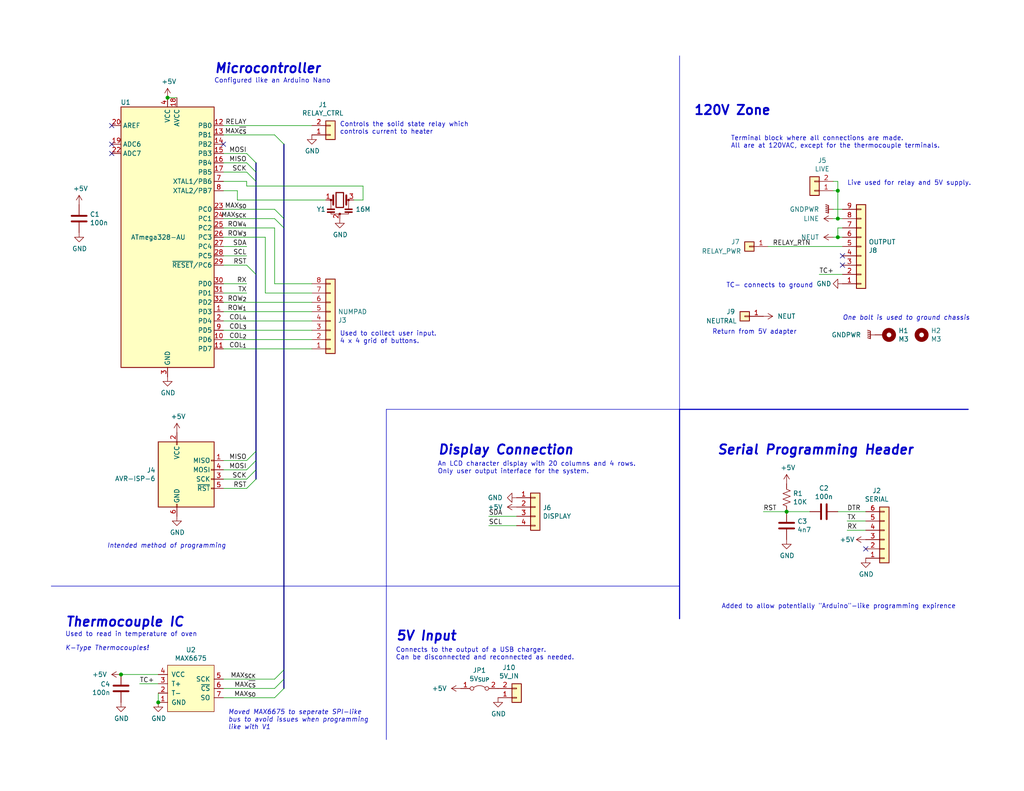
<source format=kicad_sch>
(kicad_sch (version 20230121) (generator eeschema)
  (paper "USLetter")
  (title_block (title "Oven") (date "2022-03-16") (rev "2") (company "HPVDT") (comment 1 "Uses a K-Type thermocouple") (comment 3 "Intended to control a heater to achieve a two step curing process") (comment 4 "General purpose oven board"))
  (lib_symbols
    (symbol "Connector:AVR-ISP-6" (pin_names (offset 1.016))
      (property "Reference" "J" (at -6.35 11.43 0))
      (property "Value" "AVR-ISP-6" (at 0 11.43 0))
      (symbol "AVR-ISP-6_0_1"
        (rectangle (start -2.667 -6.858) (end -2.413 -7.62))
        (rectangle (start -2.667 10.16) (end -2.413 9.398))
        (rectangle (start 7.62 -2.413) (end 6.858 -2.667))
        (rectangle (start 7.62 0.127) (end 6.858 -0.127))
        (rectangle (start 7.62 2.667) (end 6.858 2.413))
        (rectangle (start 7.62 5.207) (end 6.858 4.953))
        (rectangle (start 7.62 10.16) (end -7.62 -7.62) (stroke (width 0.254)) (fill (type background)))
      )
      (symbol "AVR-ISP-6_1_1"
        (pin passive line (at 10.16 5.08 180) (length 2.54) (name "MISO") (number "1"))
        (pin passive line (at -2.54 12.7 270) (length 2.54) (name "VCC") (number "2"))
        (pin passive line (at 10.16 0 180) (length 2.54) (name "SCK") (number "3"))
        (pin passive line (at 10.16 2.54 180) (length 2.54) (name "MOSI") (number "4"))
        (pin passive line (at 10.16 -2.54 180) (length 2.54) (name "~{RST}") (number "5"))
        (pin passive line (at -2.54 -10.16 90) (length 2.54) (name "GND") (number "6"))
      )
    )
    (symbol "Connector_Generic:Conn_01x01" (pin_names (offset 1.016) hide)
      (property "Reference" "J" (at 0 2.54 0))
      (property "Value" "Conn_01x01" (at 0 -2.54 0))
      (symbol "Conn_01x01_1_1"
        (rectangle (start -1.27 0.127) (end 0 -0.127) (stroke (width 0.1524)))
        (rectangle (start -1.27 1.27) (end 1.27 -1.27) (stroke (width 0.254)) (fill (type background)))
        (pin passive line (at -5.08 0 0) (length 3.81) (name "Pin_1") (number "1"))
      )
    )
    (symbol "Connector_Generic:Conn_01x02" (pin_names (offset 1.016) hide)
      (property "Reference" "J" (at 0 2.54 0))
      (property "Value" "Conn_01x02" (at 0 -5.08 0))
      (symbol "Conn_01x02_1_1"
        (rectangle (start -1.27 -2.413) (end 0 -2.667) (stroke (width 0.1524)))
        (rectangle (start -1.27 0.127) (end 0 -0.127) (stroke (width 0.1524)))
        (rectangle (start -1.27 1.27) (end 1.27 -3.81) (stroke (width 0.254)) (fill (type background)))
        (pin passive line (at -5.08 0 0) (length 3.81) (name "Pin_1") (number "1"))
        (pin passive line (at -5.08 -2.54 0) (length 3.81) (name "Pin_2") (number "2"))
      )
    )
    (symbol "Connector_Generic:Conn_01x04" (pin_names (offset 1.016) hide)
      (property "Reference" "J" (at 0 5.08 0))
      (property "Value" "Conn_01x04" (at 0 -7.62 0))
      (symbol "Conn_01x04_1_1"
        (rectangle (start -1.27 -4.953) (end 0 -5.207) (stroke (width 0.1524)))
        (rectangle (start -1.27 -2.413) (end 0 -2.667) (stroke (width 0.1524)))
        (rectangle (start -1.27 0.127) (end 0 -0.127) (stroke (width 0.1524)))
        (rectangle (start -1.27 2.667) (end 0 2.413) (stroke (width 0.1524)))
        (rectangle (start -1.27 3.81) (end 1.27 -6.35) (stroke (width 0.254)) (fill (type background)))
        (pin passive line (at -5.08 2.54 0) (length 3.81) (name "Pin_1") (number "1"))
        (pin passive line (at -5.08 0 0) (length 3.81) (name "Pin_2") (number "2"))
        (pin passive line (at -5.08 -2.54 0) (length 3.81) (name "Pin_3") (number "3"))
        (pin passive line (at -5.08 -5.08 0) (length 3.81) (name "Pin_4") (number "4"))
      )
    )
    (symbol "Connector_Generic:Conn_01x06" (pin_names (offset 1.016) hide)
      (property "Reference" "J" (at 0 7.62 0))
      (property "Value" "Conn_01x06" (at 0 -10.16 0))
      (symbol "Conn_01x06_1_1"
        (rectangle (start -1.27 -7.493) (end 0 -7.747) (stroke (width 0.1524)))
        (rectangle (start -1.27 -4.953) (end 0 -5.207) (stroke (width 0.1524)))
        (rectangle (start -1.27 -2.413) (end 0 -2.667) (stroke (width 0.1524)))
        (rectangle (start -1.27 0.127) (end 0 -0.127) (stroke (width 0.1524)))
        (rectangle (start -1.27 2.667) (end 0 2.413) (stroke (width 0.1524)))
        (rectangle (start -1.27 5.207) (end 0 4.953) (stroke (width 0.1524)))
        (rectangle (start -1.27 6.35) (end 1.27 -8.89) (stroke (width 0.254)) (fill (type background)))
        (pin passive line (at -5.08 5.08 0) (length 3.81) (name "Pin_1") (number "1"))
        (pin passive line (at -5.08 2.54 0) (length 3.81) (name "Pin_2") (number "2"))
        (pin passive line (at -5.08 0 0) (length 3.81) (name "Pin_3") (number "3"))
        (pin passive line (at -5.08 -2.54 0) (length 3.81) (name "Pin_4") (number "4"))
        (pin passive line (at -5.08 -5.08 0) (length 3.81) (name "Pin_5") (number "5"))
        (pin passive line (at -5.08 -7.62 0) (length 3.81) (name "Pin_6") (number "6"))
      )
    )
    (symbol "Connector_Generic:Conn_01x08" (pin_names (offset 1.016) hide)
      (property "Reference" "J" (at 0 10.16 0))
      (property "Value" "Conn_01x08" (at 0 -12.7 0))
      (symbol "Conn_01x08_1_1"
        (rectangle (start -1.27 -10.033) (end 0 -10.287) (stroke (width 0.1524)))
        (rectangle (start -1.27 -7.493) (end 0 -7.747) (stroke (width 0.1524)))
        (rectangle (start -1.27 -4.953) (end 0 -5.207) (stroke (width 0.1524)))
        (rectangle (start -1.27 -2.413) (end 0 -2.667) (stroke (width 0.1524)))
        (rectangle (start -1.27 0.127) (end 0 -0.127) (stroke (width 0.1524)))
        (rectangle (start -1.27 2.667) (end 0 2.413) (stroke (width 0.1524)))
        (rectangle (start -1.27 5.207) (end 0 4.953) (stroke (width 0.1524)))
        (rectangle (start -1.27 7.747) (end 0 7.493) (stroke (width 0.1524)))
        (rectangle (start -1.27 8.89) (end 1.27 -11.43) (stroke (width 0.254)) (fill (type background)))
        (pin passive line (at -5.08 7.62 0) (length 3.81) (name "Pin_1") (number "1"))
        (pin passive line (at -5.08 5.08 0) (length 3.81) (name "Pin_2") (number "2"))
        (pin passive line (at -5.08 2.54 0) (length 3.81) (name "Pin_3") (number "3"))
        (pin passive line (at -5.08 0 0) (length 3.81) (name "Pin_4") (number "4"))
        (pin passive line (at -5.08 -2.54 0) (length 3.81) (name "Pin_5") (number "5"))
        (pin passive line (at -5.08 -5.08 0) (length 3.81) (name "Pin_6") (number "6"))
        (pin passive line (at -5.08 -7.62 0) (length 3.81) (name "Pin_7") (number "7"))
        (pin passive line (at -5.08 -10.16 0) (length 3.81) (name "Pin_8") (number "8"))
      )
    )
    (symbol "Connector_Generic:Conn_01x09" (pin_names (offset 1.016) hide)
      (property "Reference" "J" (at 0 12.7 0))
      (property "Value" "Conn_01x09" (at 0 -12.7 0))
      (symbol "Conn_01x09_1_1"
        (rectangle (start -1.27 -10.033) (end 0 -10.287) (stroke (width 0.1524)))
        (rectangle (start -1.27 -7.493) (end 0 -7.747) (stroke (width 0.1524)))
        (rectangle (start -1.27 -4.953) (end 0 -5.207) (stroke (width 0.1524)))
        (rectangle (start -1.27 -2.413) (end 0 -2.667) (stroke (width 0.1524)))
        (rectangle (start -1.27 0.127) (end 0 -0.127) (stroke (width 0.1524)))
        (rectangle (start -1.27 2.667) (end 0 2.413) (stroke (width 0.1524)))
        (rectangle (start -1.27 5.207) (end 0 4.953) (stroke (width 0.1524)))
        (rectangle (start -1.27 7.747) (end 0 7.493) (stroke (width 0.1524)))
        (rectangle (start -1.27 10.287) (end 0 10.033) (stroke (width 0.1524)))
        (rectangle (start -1.27 11.43) (end 1.27 -11.43) (stroke (width 0.254)) (fill (type background)))
        (pin passive line (at -5.08 10.16 0) (length 3.81) (name "Pin_1") (number "1"))
        (pin passive line (at -5.08 7.62 0) (length 3.81) (name "Pin_2") (number "2"))
        (pin passive line (at -5.08 5.08 0) (length 3.81) (name "Pin_3") (number "3"))
        (pin passive line (at -5.08 2.54 0) (length 3.81) (name "Pin_4") (number "4"))
        (pin passive line (at -5.08 0 0) (length 3.81) (name "Pin_5") (number "5"))
        (pin passive line (at -5.08 -2.54 0) (length 3.81) (name "Pin_6") (number "6"))
        (pin passive line (at -5.08 -5.08 0) (length 3.81) (name "Pin_7") (number "7"))
        (pin passive line (at -5.08 -7.62 0) (length 3.81) (name "Pin_8") (number "8"))
        (pin passive line (at -5.08 -10.16 0) (length 3.81) (name "Pin_9") (number "9"))
      )
    )
    (symbol "Device:C" (pin_numbers hide) (pin_names (offset 0.254))
      (property "Reference" "C" (at 0.635 2.54 0))
      (property "Value" "C" (at 0.635 -2.54 0))
      (symbol "C_0_1"
        (polyline (pts (xy -2.032 -0.762) (xy 2.032 -0.762)) (stroke (width 0.508)))
        (polyline (pts (xy -2.032 0.762) (xy 2.032 0.762)) (stroke (width 0.508)))
      )
      (symbol "C_1_1"
        (pin passive line (at 0 3.81 270) (length 2.794) (name "~") (number "1"))
        (pin passive line (at 0 -3.81 90) (length 2.794) (name "~") (number "2"))
      )
    )
    (symbol "Device:R_US" (pin_numbers hide) (pin_names (offset 0))
      (property "Reference" "R" (at 2.54 0 90))
      (property "Value" "R_US" (at -2.54 0 90))
      (symbol "R_US_0_1"
        (polyline (pts (xy 0 -2.286) (xy 0 -2.54)))
        (polyline (pts (xy 0 2.286) (xy 0 2.54)))
        (polyline (pts (xy 0 -0.762) (xy 1.016 -1.143) (xy 0 -1.524) (xy -1.016 -1.905) (xy 0 -2.286)))
        (polyline (pts (xy 0 0.762) (xy 1.016 0.381) (xy 0 0) (xy -1.016 -0.381) (xy 0 -0.762)))
        (polyline (pts (xy 0 2.286) (xy 1.016 1.905) (xy 0 1.524) (xy -1.016 1.143) (xy 0 0.762)))
      )
      (symbol "R_US_1_1"
        (pin passive line (at 0 3.81 270) (length 1.27) (name "~") (number "1"))
        (pin passive line (at 0 -3.81 90) (length 1.27) (name "~") (number "2"))
      )
    )
    (symbol "Device:Resonator" (pin_names (offset 1.016) hide)
      (property "Reference" "Y" (at 0 5.715 0))
      (property "Value" "Resonator" (at 0 3.81 0))
      (symbol "Resonator_0_1"
        (rectangle (start -3.429 -3.175) (end -1.397 -3.429) (fill (type outline)))
        (rectangle (start -3.429 -2.413) (end -1.397 -2.667) (fill (type outline)))
        (circle (center -2.413 0) (radius 0.254) (fill (type outline)))
        (rectangle (start -1.016 2.032) (end 1.016 -2.032) (stroke (width 0.3048)))
        (circle (center 0 -3.81) (radius 0.254) (fill (type outline)))
        (polyline (pts (xy -2.413 -2.413) (xy -2.413 0)))
        (polyline (pts (xy -1.905 0) (xy -3.175 0)))
        (polyline (pts (xy -1.778 -1.27) (xy -1.778 1.27)) (stroke (width 0.508)))
        (polyline (pts (xy 1.778 -1.27) (xy 1.778 1.27)) (stroke (width 0.508)))
        (polyline (pts (xy 1.905 0) (xy 2.54 0)))
        (polyline (pts (xy 2.413 0) (xy 2.413 -2.54)))
        (polyline (pts (xy 2.413 -3.302) (xy 2.413 -3.81) (xy -2.413 -3.81) (xy -2.413 -3.302)))
        (rectangle (start 1.397 -3.175) (end 3.429 -3.429) (fill (type outline)))
        (rectangle (start 1.397 -2.413) (end 3.429 -2.667) (fill (type outline)))
        (circle (center 2.413 0) (radius 0.254) (fill (type outline)))
      )
      (symbol "Resonator_1_1"
        (pin passive line (at -3.81 0 0) (length 1.27) (name "1") (number "1"))
        (pin passive line (at 0 -5.08 90) (length 1.27) (name "2") (number "2"))
        (pin passive line (at 3.81 0 180) (length 1.27) (name "3") (number "3"))
      )
    )
    (symbol "Jumper:Jumper_2_Bridged" (pin_names (offset 0) hide)
      (property "Reference" "JP" (at 0 1.905 0))
      (property "Value" "Jumper_2_Bridged" (at 0 -2.54 0))
      (symbol "Jumper_2_Bridged_0_0"
        (circle (center -2.032 0) (radius 0.508))
        (circle (center 2.032 0) (radius 0.508))
      )
      (symbol "Jumper_2_Bridged_0_1"
        (arc (start 1.524 0.254) (mid 0 0.762) (end -1.524 0.254))
      )
      (symbol "Jumper_2_Bridged_1_1"
        (pin passive line (at -5.08 0 0) (length 2.54) (name "A") (number "1"))
        (pin passive line (at 5.08 0 180) (length 2.54) (name "B") (number "2"))
      )
    )
    (symbol "MCU_Microchip_ATmega:ATmega328-AU"
      (property "Reference" "U" (at -12.7 36.83 0))
      (property "Value" "MCU_Microchip_ATmega_ATmega328-AU" (at 2.54 -36.83 0))
      (symbol "ATmega328-AU_0_1"
        (rectangle (start -12.7 -35.56) (end 12.7 35.56) (stroke (width 0.254)) (fill (type background)))
      )
      (symbol "ATmega328-AU_1_1"
        (pin bidirectional line (at 15.24 -20.32 180) (length 2.54) (name "PD3") (number "1"))
        (pin bidirectional line (at 15.24 -27.94 180) (length 2.54) (name "PD6") (number "10"))
        (pin bidirectional line (at 15.24 -30.48 180) (length 2.54) (name "PD7") (number "11"))
        (pin bidirectional line (at 15.24 30.48 180) (length 2.54) (name "PB0") (number "12"))
        (pin bidirectional line (at 15.24 27.94 180) (length 2.54) (name "PB1") (number "13"))
        (pin bidirectional line (at 15.24 25.4 180) (length 2.54) (name "PB2") (number "14"))
        (pin bidirectional line (at 15.24 22.86 180) (length 2.54) (name "PB3") (number "15"))
        (pin bidirectional line (at 15.24 20.32 180) (length 2.54) (name "PB4") (number "16"))
        (pin bidirectional line (at 15.24 17.78 180) (length 2.54) (name "PB5") (number "17"))
        (pin power_in line (at 2.54 38.1 270) (length 2.54) (name "AVCC") (number "18"))
        (pin input line (at -15.24 25.4 0) (length 2.54) (name "ADC6") (number "19"))
        (pin bidirectional line (at 15.24 -22.86 180) (length 2.54) (name "PD4") (number "2"))
        (pin passive line (at -15.24 30.48 0) (length 2.54) (name "AREF") (number "20"))
        (pin passive line (at 0 -38.1 90) (length 2.54) hide (name "GND") (number "21"))
        (pin input line (at -15.24 22.86 0) (length 2.54) (name "ADC7") (number "22"))
        (pin bidirectional line (at 15.24 7.62 180) (length 2.54) (name "PC0") (number "23"))
        (pin bidirectional line (at 15.24 5.08 180) (length 2.54) (name "PC1") (number "24"))
        (pin bidirectional line (at 15.24 2.54 180) (length 2.54) (name "PC2") (number "25"))
        (pin bidirectional line (at 15.24 0 180) (length 2.54) (name "PC3") (number "26"))
        (pin bidirectional line (at 15.24 -2.54 180) (length 2.54) (name "PC4") (number "27"))
        (pin bidirectional line (at 15.24 -5.08 180) (length 2.54) (name "PC5") (number "28"))
        (pin bidirectional line (at 15.24 -7.62 180) (length 2.54) (name "~{RESET}/PC6") (number "29"))
        (pin power_in line (at 0 -38.1 90) (length 2.54) (name "GND") (number "3"))
        (pin bidirectional line (at 15.24 -12.7 180) (length 2.54) (name "PD0") (number "30"))
        (pin bidirectional line (at 15.24 -15.24 180) (length 2.54) (name "PD1") (number "31"))
        (pin bidirectional line (at 15.24 -17.78 180) (length 2.54) (name "PD2") (number "32"))
        (pin power_in line (at 0 38.1 270) (length 2.54) (name "VCC") (number "4"))
        (pin passive line (at 0 -38.1 90) (length 2.54) hide (name "GND") (number "5"))
        (pin passive line (at 0 38.1 270) (length 2.54) hide (name "VCC") (number "6"))
        (pin bidirectional line (at 15.24 15.24 180) (length 2.54) (name "XTAL1/PB6") (number "7"))
        (pin bidirectional line (at 15.24 12.7 180) (length 2.54) (name "XTAL2/PB7") (number "8"))
        (pin bidirectional line (at 15.24 -25.4 180) (length 2.54) (name "PD5") (number "9"))
      )
    )
    (symbol "Mechanical:MountingHole" (pin_names (offset 1.016))
      (property "Reference" "H" (at 0 5.08 0))
      (property "Value" "MountingHole" (at 0 3.175 0))
      (symbol "MountingHole_0_1"
        (circle (center 0 0) (radius 1.27) (stroke (width 1.27)))
      )
    )
    (symbol "Mechanical:MountingHole_Pad" (pin_numbers hide) (pin_names (offset 1.016) hide)
      (property "Reference" "H" (at 0 6.35 0))
      (property "Value" "MountingHole_Pad" (at 0 4.445 0))
      (symbol "MountingHole_Pad_0_1"
        (circle (center 0 1.27) (radius 1.27) (stroke (width 1.27)))
      )
      (symbol "MountingHole_Pad_1_1"
        (pin input line (at 0 -2.54 90) (length 2.54) (name "1") (number "1"))
      )
    )
    (symbol "oven:MAX6675" (pin_names (offset 1.016))
      (property "Reference" "U" (at 0 10.16 0))
      (property "Value" "MAX6675" (at 0 7.62 0))
      (symbol "MAX6675_0_1"
        (rectangle (start -6.35 6.35) (end 6.35 -6.35) (fill (type background)))
      )
      (symbol "MAX6675_1_1"
        (pin power_in line (at -8.89 -3.81 0) (length 2.54) (name "GND") (number "1"))
        (pin input line (at -8.89 -1.27 0) (length 2.54) (name "T-") (number "2"))
        (pin input line (at -8.89 1.27 0) (length 2.54) (name "T+") (number "3"))
        (pin power_in line (at -8.89 3.81 0) (length 2.54) (name "VCC") (number "4"))
        (pin input line (at 8.89 2.54 180) (length 2.54) (name "SCK") (number "5"))
        (pin input line (at 8.89 0 180) (length 2.54) (name "~{CS}") (number "6"))
        (pin output line (at 8.89 -2.54 180) (length 2.54) (name "SO") (number "7"))
        (pin no_connect line (at 8.89 -5.08 180) (length 2.54) hide (name "NC") (number "8"))
      )
    )
    (symbol "power:+5V" (power) (pin_names (offset 0))
      (property "Value" "+5V" (at 0 3.556 0))
      (symbol "+5V_0_1"
        (polyline (pts (xy -0.762 1.27) (xy 0 2.54)))
        (polyline (pts (xy 0 0) (xy 0 2.54)))
        (polyline (pts (xy 0 2.54) (xy 0.762 1.27)))
      )
      (symbol "+5V_1_1"
        (pin power_in line (at 0 0 90) (length 0) hide (name "+5V") (number "1"))
      )
    )
    (symbol "power:GND" (power) (pin_names (offset 0))
      (property "Value" "GND" (at 0 -3.81 0))
      (symbol "GND_0_1"
        (polyline (pts (xy 0 0) (xy 0 -1.27) (xy 1.27 -1.27) (xy 0 -2.54) (xy -1.27 -1.27) (xy 0 -1.27)))
      )
      (symbol "GND_1_1"
        (pin power_in line (at 0 0 270) (length 0) hide (name "GND") (number "1"))
      )
    )
    (symbol "power:GNDPWR" (power) (pin_names (offset 0))
      (property "Value" "GNDPWR" (at 0 -3.302 0))
      (symbol "GNDPWR_0_1"
        (polyline (pts (xy 0 -1.27) (xy 0 0)))
        (polyline (pts (xy -1.016 -1.27) (xy -1.27 -2.032) (xy -1.27 -2.032)) (stroke (width 0.2032)))
        (polyline (pts (xy -0.508 -1.27) (xy -0.762 -2.032) (xy -0.762 -2.032)) (stroke (width 0.2032)))
        (polyline (pts (xy 0 -1.27) (xy -0.254 -2.032) (xy -0.254 -2.032)) (stroke (width 0.2032)))
        (polyline (pts (xy 0.508 -1.27) (xy 0.254 -2.032) (xy 0.254 -2.032)) (stroke (width 0.2032)))
        (polyline (pts (xy 1.016 -1.27) (xy -1.016 -1.27) (xy -1.016 -1.27)) (stroke (width 0.2032)))
        (polyline (pts (xy 1.016 -1.27) (xy 0.762 -2.032) (xy 0.762 -2.032) (xy 0.762 -2.032)) (stroke (width 0.2032)))
      )
      (symbol "GNDPWR_1_1"
        (pin power_in line (at 0 0 270) (length 0) hide (name "GNDPWR") (number "1"))
      )
    )
    (symbol "power:LINE" (power) (pin_names (offset 0))
      (property "Value" "LINE" (at 0 3.81 0))
      (symbol "LINE_0_1"
        (polyline (pts (xy -0.762 1.27) (xy 0 2.54)))
        (polyline (pts (xy 0 0) (xy 0 2.54)))
        (polyline (pts (xy 0 2.54) (xy 0.762 1.27)))
      )
      (symbol "LINE_1_1"
        (pin power_in line (at 0 0 90) (length 0) hide (name "LINE") (number "1"))
      )
    )
    (symbol "power:NEUT" (power) (pin_names (offset 0))
      (property "Value" "NEUT" (at 0 3.81 0))
      (symbol "NEUT_0_1"
        (polyline (pts (xy -0.762 1.27) (xy 0 2.54)))
        (polyline (pts (xy 0 0) (xy 0 2.54)))
        (polyline (pts (xy 0 2.54) (xy 0.762 1.27)))
      )
      (symbol "NEUT_1_1"
        (pin power_in line (at 0 0 90) (length 0) hide (name "NEUT") (number "1"))
      )
    )
  )
  (junction (at 228.6 59.69))
  (junction (at 214.63 139.7))
  (junction (at 228.6 52.07))
  (junction (at 43.18 191.77))
  (junction (at 33.02 184.15))
  (junction (at 45.72 26.67))
  (junction (at 228.6 64.77))
  (no_connect (at 236.22 149.86))
  (no_connect (at 30.48 34.29))
  (no_connect (at 229.87 69.85))
  (no_connect (at 30.48 41.91))
  (no_connect (at 30.48 39.37))
  (no_connect (at 60.96 39.37))
  (no_connect (at 229.87 72.39))
  (bus_entry (at 67.31 72.39) (size 2.54 2.54))
  (bus_entry (at 67.31 130.81) (size 2.54 -2.54))
  (bus_entry (at 67.31 41.91) (size 2.54 2.54))
  (bus_entry (at 67.31 128.27) (size 2.54 -2.54))
  (bus_entry (at 74.93 190.5) (size 2.54 -2.54))
  (bus_entry (at 74.93 57.15) (size 2.54 2.54))
  (bus_entry (at 74.93 36.83) (size 2.54 2.54))
  (bus_entry (at 74.93 59.69) (size 2.54 2.54))
  (bus_entry (at 67.31 44.45) (size 2.54 2.54))
  (bus_entry (at 67.31 133.35) (size 2.54 -2.54))
  (bus_entry (at 74.93 185.42) (size 2.54 -2.54))
  (bus_entry (at 67.31 125.73) (size 2.54 -2.54))
  (bus_entry (at 74.93 187.96) (size 2.54 -2.54))
  (bus_entry (at 67.31 46.99) (size 2.54 2.54))
  (polyline (pts (xy 105.41 201.93) (xy 105.41 111.76)))
  (wire (pts (xy 99.06 50.8) (xy 99.06 54.61)))
  (wire (pts (xy 231.14 142.24) (xy 236.22 142.24)))
  (wire (pts (xy 67.31 125.73) (xy 60.96 125.73)))
  (wire (pts (xy 228.6 59.69) (xy 229.87 59.69)))
  (wire (pts (xy 60.96 85.09) (xy 85.09 85.09)))
  (wire (pts (xy 60.96 49.53) (xy 67.31 49.53)))
  (bus (pts (xy 69.85 128.27) (xy 69.85 130.81)))
  (wire (pts (xy 60.96 64.77) (xy 72.39 64.77)))
  (wire (pts (xy 60.96 92.71) (xy 85.09 92.71)))
  (bus (pts (xy 69.85 74.93) (xy 69.85 123.19)))
  (wire (pts (xy 228.6 64.77) (xy 229.87 64.77)))
  (polyline (pts (xy 105.41 111.76) (xy 185.42 111.76)))
  (wire (pts (xy 228.6 62.23) (xy 229.87 62.23)))
  (wire (pts (xy 214.63 139.7) (xy 208.28 139.7)))
  (wire (pts (xy 74.93 62.23) (xy 60.96 62.23)))
  (wire (pts (xy 227.33 57.15) (xy 229.87 57.15)))
  (wire (pts (xy 74.93 77.47) (xy 85.09 77.47)))
  (wire (pts (xy 67.31 46.99) (xy 60.96 46.99)))
  (wire (pts (xy 228.6 59.69) (xy 228.6 52.07)))
  (wire (pts (xy 60.96 90.17) (xy 85.09 90.17)))
  (polyline (pts (xy 185.42 168.91) (xy 185.42 111.76)) (stroke (width 0.3048)))
  (wire (pts (xy 67.31 41.91) (xy 60.96 41.91)))
  (bus (pts (xy 69.85 49.53) (xy 69.85 74.93)))
  (wire (pts (xy 60.96 52.07) (xy 64.77 52.07)))
  (bus (pts (xy 77.47 182.88) (xy 77.47 185.42)))
  (wire (pts (xy 64.77 52.07) (xy 64.77 54.61)))
  (wire (pts (xy 72.39 64.77) (xy 72.39 80.01)))
  (wire (pts (xy 228.6 62.23) (xy 228.6 64.77)))
  (bus (pts (xy 77.47 62.23) (xy 77.47 182.88)))
  (wire (pts (xy 60.96 82.55) (xy 85.09 82.55)))
  (bus (pts (xy 77.47 59.69) (xy 77.47 62.23)))
  (wire (pts (xy 67.31 44.45) (xy 60.96 44.45)))
  (wire (pts (xy 227.33 52.07) (xy 228.6 52.07)))
  (polyline (pts (xy 13.97 160.02) (xy 185.42 160.02)))
  (wire (pts (xy 229.87 74.93) (xy 223.52 74.93)))
  (wire (pts (xy 209.55 67.31) (xy 229.87 67.31)))
  (wire (pts (xy 67.31 130.81) (xy 60.96 130.81)))
  (wire (pts (xy 99.06 54.61) (xy 96.52 54.61)))
  (wire (pts (xy 228.6 139.7) (xy 236.22 139.7)))
  (bus (pts (xy 69.85 46.99) (xy 69.85 49.53)))
  (wire (pts (xy 231.14 144.78) (xy 236.22 144.78)))
  (wire (pts (xy 67.31 49.53) (xy 67.31 50.8)))
  (wire (pts (xy 220.98 139.7) (xy 214.63 139.7)))
  (wire (pts (xy 67.31 80.01) (xy 60.96 80.01)))
  (bus (pts (xy 77.47 185.42) (xy 77.47 187.96)))
  (wire (pts (xy 33.02 184.15) (xy 43.18 184.15)))
  (bus (pts (xy 69.85 123.19) (xy 69.85 125.73)))
  (bus (pts (xy 77.47 39.37) (xy 77.47 59.69)))
  (wire (pts (xy 133.35 143.51) (xy 140.97 143.51)))
  (bus (pts (xy 69.85 44.45) (xy 69.85 46.99)))
  (wire (pts (xy 67.31 69.85) (xy 60.96 69.85)))
  (wire (pts (xy 60.96 87.63) (xy 85.09 87.63)))
  (wire (pts (xy 227.33 64.77) (xy 228.6 64.77)))
  (wire (pts (xy 60.96 34.29) (xy 85.09 34.29)))
  (wire (pts (xy 43.18 189.23) (xy 43.18 191.77)))
  (bus (pts (xy 69.85 125.73) (xy 69.85 128.27)))
  (wire (pts (xy 60.96 59.69) (xy 74.93 59.69)))
  (wire (pts (xy 74.93 62.23) (xy 74.93 77.47)))
  (wire (pts (xy 67.31 72.39) (xy 60.96 72.39)))
  (wire (pts (xy 67.31 50.8) (xy 99.06 50.8)))
  (wire (pts (xy 60.96 36.83) (xy 74.93 36.83)))
  (wire (pts (xy 227.33 59.69) (xy 228.6 59.69)))
  (polyline (pts (xy 185.42 111.76) (xy 264.16 111.76)) (stroke (width 0.3048)))
  (wire (pts (xy 67.31 77.47) (xy 60.96 77.47)))
  (wire (pts (xy 60.96 190.5) (xy 74.93 190.5)))
  (wire (pts (xy 45.72 26.67) (xy 48.26 26.67)))
  (wire (pts (xy 228.6 52.07) (xy 228.6 49.53)))
  (wire (pts (xy 60.96 187.96) (xy 74.93 187.96)))
  (wire (pts (xy 228.6 49.53) (xy 227.33 49.53)))
  (wire (pts (xy 67.31 67.31) (xy 60.96 67.31)))
  (wire (pts (xy 60.96 185.42) (xy 74.93 185.42)))
  (wire (pts (xy 67.31 128.27) (xy 60.96 128.27)))
  (polyline (pts (xy 185.42 111.76) (xy 185.42 15.24)))
  (wire (pts (xy 67.31 133.35) (xy 60.96 133.35)))
  (wire (pts (xy 60.96 57.15) (xy 74.93 57.15)))
  (wire (pts (xy 64.77 54.61) (xy 88.9 54.61)))
  (wire (pts (xy 38.1 186.69) (xy 43.18 186.69)))
  (wire (pts (xy 72.39 80.01) (xy 85.09 80.01)))
  (wire (pts (xy 133.35 140.97) (xy 140.97 140.97)))
  (wire (pts (xy 60.96 95.25) (xy 85.09 95.25)))
  (text "Moved MAX6675 to seperate SPI-like\nbus to avoid issues when programming\nlike with V1" (at 62.23 199.39 0) (effects (font (size 1.27 1.27) italic) (justify left bottom)))
  (text "One bolt is used to ground chassis" (at 229.87 87.63 0) (effects (font (size 1.27 1.27) italic) (justify left bottom)))
  (text "Live used for relay and 5V supply." (at 231.14 50.8 0) (effects (font (size 1.27 1.27)) (justify left bottom)))
  (text "Used to read in temperature of oven" (at 17.78 173.99 0) (effects (font (size 1.27 1.27)) (justify left bottom)))
  (text "120V Zone" (at 189.23 31.75 0) (effects (font (size 2.54 2.54) (thickness 0.508) bold) (justify left bottom)))
  (text "Controls the solid state relay which \ncontrols current to heater" (at 92.71 36.83 0) (effects (font (size 1.27 1.27)) (justify left bottom)))
  (text "Microcontroller" (at 58.42 20.32 0) (effects (font (size 2.54 2.54) (thickness 0.508) bold italic) (justify left bottom)))
  (text "5V Input" (at 107.95 175.26 0) (effects (font (size 2.54 2.54) (thickness 0.508) bold italic) (justify left bottom)))
  (text "Display Connection" (at 119.38 124.46 0) (effects (font (size 2.54 2.54) (thickness 0.508) bold italic) (justify left bottom)))
  (text "Return from 5V adapter" (at 194.31 91.44 0) (effects (font (size 1.27 1.27)) (justify left bottom)))
  (text "Connects to the output of a USB charger.\nCan be disconnected and reconnected as needed." (at 107.95 180.34 0) (effects (font (size 1.27 1.27)) (justify left bottom)))
  (text "Intended method of programming" (at 29.21 149.86 0) (effects (font (size 1.27 1.27) italic) (justify left bottom)))
  (text "An LCD character display with 20 columns and 4 rows.\nOnly user output interface for the system." (at 119.38 129.54 0) (effects (font (size 1.27 1.27)) (justify left bottom)))
  (text "Added to allow potentially \"Arduino\"-like programming expirence" (at 196.85 166.37 0) (effects (font (size 1.27 1.27)) (justify left bottom)))
  (text "TC- connects to ground" (at 198.12 78.74 0) (effects (font (size 1.27 1.27)) (justify left bottom)))
  (text "Configured like an Arduino Nano" (at 58.42 22.86 0) (effects (font (size 1.27 1.27)) (justify left bottom)))
  (text "Serial Programming Header" (at 195.58 124.46 0) (effects (font (size 2.54 2.54) (thickness 0.508) bold italic) (justify left bottom)))
  (text "Thermocouple IC" (at 17.78 171.45 0) (effects (font (size 2.54 2.54) (thickness 0.508) bold italic) (justify left bottom)))
  (text "K-Type Thermocouples!" (at 17.78 177.8 0) (effects (font (size 1.27 1.27) italic) (justify left bottom)))
  (text "Terminal block where all connections are made.\nAll are at 120VAC, except for the thermocouple terminals." (at 199.39 40.64 0) (effects (font (size 1.27 1.27)) (justify left bottom)))
  (text "Used to collect user input.\n4 x 4 grid of buttons." (at 92.71 93.98 0) (effects (font (size 1.27 1.27)) (justify left bottom)))
  (label "COL_{1}" (at 67.31 95.25 180))
  (label "RX" (at 67.31 77.47 180))
  (label "COL_{4}" (at 67.31 87.63 180))
  (label "COL_{3}" (at 67.31 90.17 180))
  (label "SCK" (at 67.31 46.99 180))
  (label "RELAY" (at 67.31 34.29 180))
  (label "MAX_{SCK}" (at 69.85 185.42 180))
  (label "MAX_{~{CS}}" (at 69.85 187.96 180))
  (label "DTR" (at 231.14 139.7 0))
  (label "RELAY_RTN" (at 210.82 67.31 0))
  (label "ROW_{1}" (at 67.31 85.09 180))
  (label "TX" (at 67.31 80.01 180))
  (label "RST" (at 67.31 133.35 180))
  (label "MAX_{SCK}" (at 67.31 59.69 180))
  (label "SCK" (at 67.31 130.81 180))
  (label "MAX_{SO}" (at 67.31 57.15 180))
  (label "TC+" (at 38.1 186.69 0))
  (label "SDA" (at 133.35 140.97 0))
  (label "MOSI" (at 67.31 41.91 180))
  (label "MISO" (at 67.31 44.45 180))
  (label "MAX_{~{CS}}" (at 67.31 36.83 180))
  (label "TC+" (at 223.52 74.93 0))
  (label "RST" (at 208.28 139.7 0))
  (label "ROW_{2}" (at 67.31 82.55 180))
  (label "RST" (at 67.31 72.39 180))
  (label "TX" (at 231.14 142.24 0))
  (label "COL_{2}" (at 67.31 92.71 180))
  (label "RX" (at 231.14 144.78 0))
  (label "SDA" (at 67.31 67.31 180))
  (label "MAX_{SO}" (at 69.85 190.5 180))
  (label "ROW_{3}" (at 67.31 64.77 180))
  (label "ROW_{4}" (at 67.31 62.23 180))
  (label "MOSI" (at 67.31 128.27 180))
  (label "MISO" (at 67.31 125.73 180))
  (label "SCL" (at 133.35 143.51 0))
  (label "SCL" (at 67.31 69.85 180))
  (symbol (lib_id "MCU_Microchip_ATmega:ATmega328-AU") (at 45.72 64.77 0) (unit 1)
    (property "Reference" "U1" (at 34.29 27.94 0))
    (property "Value" "ATmega328-AU" (at 43.18 64.77 0))
    (property "Footprint" "Package_QFP:TQFP-32_7x7mm_P0.8mm" (effects hide))
    (property "Datasheet" "http://ww1.microchip.com/downloads/en/DeviceDoc/ATmega328_P%20AVR%20MCU%20with%20picoPower%20Technology%20Data%20Sheet%2040001984A.pdf" (effects hide))
  )
  (symbol (lib_id "Connector_Generic:Conn_01x08") (at 90.17 87.63 0) (mirror x) (unit 1)
    (property "Reference" "J3" (at 92.202 87.4268 0) (effects (justify left)))
    (property "Value" "NUMPAD" (at 92.202 85.1154 0) (effects (justify left)))
    (property "Footprint" "Connector_PinHeader_2.54mm:PinHeader_1x08_P2.54mm_Horizontal" (effects hide))
  )
  (symbol (lib_id "Connector_Generic:Conn_01x04") (at 146.05 138.43 0) (unit 1)
    (property "Reference" "J6" (at 148.082 138.6332 0) (effects (justify left)))
    (property "Value" "DISPLAY" (at 148.082 140.9446 0) (effects (justify left)))
    (property "Footprint" "Connector_PinHeader_2.54mm:PinHeader_1x04_P2.54mm_Horizontal" (effects hide))
  )
  (symbol (lib_id "Connector_Generic:Conn_01x09") (at 234.95 67.31 0) (mirror x) (unit 1)
    (property "Reference" "J8" (at 236.982 68.3768 0) (effects (justify left)))
    (property "Value" "OUTPUT" (at 236.982 66.0654 0) (effects (justify left)))
    (property "Footprint" "oven:9POS-TERMBLOCK" (effects hide))
  )
  (symbol (lib_id "Connector_Generic:Conn_01x02") (at 90.17 36.83 0) (mirror x) (unit 1)
    (property "Reference" "J1" (at 88.0872 28.575 0))
    (property "Value" "RELAY_CTRL" (at 88.0872 30.8864 0))
    (property "Footprint" "Connector_PinHeader_2.54mm:PinHeader_1x02_P2.54mm_Horizontal" (effects hide))
  )
  (symbol (lib_id "Connector_Generic:Conn_01x02") (at 222.25 52.07 180) (unit 1)
    (property "Reference" "J5" (at 224.3328 43.815 0))
    (property "Value" "LIVE" (at 224.3328 46.1264 0))
    (property "Footprint" "Connector_Wire:SolderWire-2sqmm_1x02_P7.8mm_D2mm_OD3.9mm" (effects hide))
  )
  (symbol (lib_id "Connector_Generic:Conn_01x02") (at 140.97 190.5 0) (mirror x) (unit 1)
    (property "Reference" "J10" (at 138.8872 182.245 0))
    (property "Value" "5V_IN" (at 138.8872 184.5564 0))
    (property "Footprint" "Connector_PinHeader_2.54mm:PinHeader_1x02_P2.54mm_Horizontal" (effects hide))
  )
  (symbol (lib_id "Connector_Generic:Conn_01x01") (at 204.47 67.31 0) (mirror y) (unit 1)
    (property "Reference" "J7" (at 200.66 66.04 0))
    (property "Value" "RELAY_PWR" (at 196.85 68.58 0))
    (property "Footprint" "Connector_Wire:SolderWire-2sqmm_1x01_D2mm_OD3.9mm" (effects hide))
  )
  (symbol (lib_id "Connector_Generic:Conn_01x01") (at 203.2 86.36 180) (unit 1)
    (property "Reference" "J9" (at 199.39 85.09 0))
    (property "Value" "NEUTRAL" (at 196.85 87.63 0))
    (property "Footprint" "Connector_Wire:SolderWire-2sqmm_1x01_D2mm_OD3.9mm" (effects hide))
  )
  (symbol (lib_id "power:GNDPWR") (at 227.33 57.15 270) (unit 1)
    (property "Reference" "#PWR016" (effects hide))
    (property "Value" "GNDPWR" (at 223.52 57.15 90) (effects (justify right)))
  )
  (symbol (lib_id "power:LINE") (at 227.33 59.69 90) (unit 1)
    (property "Reference" "#PWR017" (effects hide))
    (property "Value" "LINE" (at 223.52 59.69 90) (effects (justify left)))
  )
  (symbol (lib_id "power:NEUT") (at 227.33 64.77 90) (unit 1)
    (property "Reference" "#PWR018" (effects hide))
    (property "Value" "NEUT" (at 223.52 64.77 90) (effects (justify left)))
  )
  (symbol (lib_id "Connector:AVR-ISP-6") (at 50.8 130.81 0) (unit 1)
    (property "Reference" "J4" (at 42.4434 128.3716 0) (effects (justify right)))
    (property "Value" "AVR-ISP-6" (at 42.4434 130.683 0) (effects (justify right)))
    (property "Footprint" "Connector_IDC:IDC-Header_2x03_P2.54mm_Vertical" (effects hide))
    (property "Datasheet" " ~" (effects hide))
  )
  (symbol (lib_id "power:GND") (at 48.26 140.97 0) (unit 1)
    (property "Reference" "#PWR014" (effects hide))
    (property "Value" "GND" (at 48.387 145.3642 0))
  )
  (symbol (lib_id "power:+5V") (at 48.26 118.11 0) (unit 1)
    (property "Reference" "#PWR012" (effects hide))
    (property "Value" "+5V" (at 48.641 113.7158 0))
  )
  (symbol (lib_id "Mechanical:MountingHole_Pad") (at 241.3 91.44 270) (unit 1)
    (property "Reference" "H1" (at 245.11 90.2716 90) (effects (justify left)))
    (property "Value" "M3" (at 245.11 92.583 90) (effects (justify left)))
    (property "Footprint" "MountingHole:MountingHole_3.5mm_Pad_Via" (effects hide))
  )
  (symbol (lib_id "power:GNDPWR") (at 238.76 91.44 270) (unit 1)
    (property "Reference" "#PWR021" (effects hide))
    (property "Value" "GNDPWR" (at 234.95 91.44 90) (effects (justify right)))
  )
  (symbol (lib_id "Mechanical:MountingHole") (at 251.46 91.44 0) (unit 1)
    (property "Reference" "H2" (at 254 90.2716 0) (effects (justify left)))
    (property "Value" "M3" (at 254 92.583 0) (effects (justify left)))
    (property "Footprint" "MountingHole:MountingHole_3.5mm" (effects hide))
  )
  (symbol (lib_id "oven:MAX6675") (at 52.07 187.96 0) (unit 1)
    (property "Reference" "U2" (at 52.07 177.419 0))
    (property "Value" "MAX6675" (at 52.07 179.7304 0))
    (property "Footprint" "Package_SO:SO-8_5.3x6.2mm_P1.27mm" (effects hide))
    (property "Datasheet" "https://datasheets.maximintegrated.com/en/ds/MAX6675.pdf" (effects hide))
  )
  (symbol (lib_id "power:+5V") (at 125.73 187.96 90) (unit 1)
    (property "Reference" "#PWR023" (effects hide))
    (property "Value" "+5V" (at 121.92 187.96 90) (effects (justify left)))
  )
  (symbol (lib_id "power:GND") (at 85.09 36.83 0) (unit 1)
    (property "Reference" "#PWR02" (effects hide))
    (property "Value" "GND" (at 85.217 41.2242 0))
  )
  (symbol (lib_id "power:GND") (at 135.89 190.5 0) (unit 1)
    (property "Reference" "#PWR024" (effects hide))
    (property "Value" "GND" (at 136.017 194.8942 0))
  )
  (symbol (lib_id "power:GND") (at 43.18 191.77 0) (unit 1)
    (property "Reference" "#PWR026" (effects hide))
    (property "Value" "GND" (at 43.307 196.1642 0))
  )
  (symbol (lib_id "power:GND") (at 229.87 77.47 270) (unit 1)
    (property "Reference" "#PWR019" (effects hide))
    (property "Value" "GND" (at 224.79 77.47 90))
  )
  (symbol (lib_id "power:+5V") (at 33.02 184.15 90) (unit 1)
    (property "Reference" "#PWR022" (effects hide))
    (property "Value" "+5V" (at 29.21 184.15 90) (effects (justify left)))
  )
  (symbol (lib_id "Device:C") (at 33.02 187.96 0) (mirror x) (unit 1)
    (property "Reference" "C4" (at 30.099 186.7916 0) (effects (justify right)))
    (property "Value" "100n" (at 30.099 189.103 0) (effects (justify right)))
    (property "Footprint" "Capacitor_SMD:C_0603_1608Metric" (effects hide))
  )
  (symbol (lib_id "power:GND") (at 33.02 191.77 0) (unit 1)
    (property "Reference" "#PWR025" (effects hide))
    (property "Value" "GND" (at 33.147 196.1642 0))
  )
  (symbol (lib_id "power:GND") (at 140.97 135.89 270) (unit 1)
    (property "Reference" "#PWR013" (effects hide))
    (property "Value" "GND" (at 137.16 135.89 90) (effects (justify right)))
  )
  (symbol (lib_id "power:+5V") (at 45.72 26.67 0) (unit 1)
    (property "Reference" "#PWR01" (effects hide))
    (property "Value" "+5V" (at 46.101 22.2758 0))
  )
  (symbol (lib_id "power:GND") (at 45.72 102.87 0) (unit 1)
    (property "Reference" "#PWR011" (effects hide))
    (property "Value" "GND" (at 45.847 107.2642 0))
  )
  (symbol (lib_id "power:NEUT") (at 208.28 86.36 270) (unit 1)
    (property "Reference" "#PWR020" (effects hide))
    (property "Value" "NEUT" (at 212.09 86.36 90) (effects (justify left)))
  )
  (symbol (lib_id "Device:Resonator") (at 92.71 54.61 0) (unit 1)
    (property "Reference" "Y1" (at 87.63 57.15 0))
    (property "Value" "16M" (at 99.06 57.15 0))
    (property "Footprint" "Crystal:Resonator_SMD_muRata_CSTxExxV-3Pin_3.0x1.1mm" (effects hide))
  )
  (symbol (lib_id "power:+5V") (at 140.97 138.43 90) (unit 1)
    (property "Reference" "#PWR015" (effects hide))
    (property "Value" "+5V" (at 137.16 138.43 90) (effects (justify left)))
  )
  (symbol (lib_id "power:GND") (at 92.71 59.69 0) (unit 1)
    (property "Reference" "#PWR06" (effects hide))
    (property "Value" "GND" (at 92.837 64.0842 0))
  )
  (symbol (lib_id "Connector_Generic:Conn_01x06") (at 241.3 147.32 0) (mirror x) (unit 1)
    (property "Reference" "J2" (at 239.2172 133.985 0))
    (property "Value" "SERIAL" (at 239.2172 136.2964 0))
    (property "Footprint" "Connector_PinHeader_2.54mm:PinHeader_1x06_P2.54mm_Vertical" (effects hide))
  )
  (symbol (lib_id "Device:C") (at 224.79 139.7 270) (unit 1)
    (property "Reference" "C2" (at 224.79 133.2992 90))
    (property "Value" "100n" (at 224.79 135.6106 90))
    (property "Footprint" "Capacitor_SMD:C_0603_1608Metric" (effects hide))
  )
  (symbol (lib_id "Device:R_US") (at 214.63 135.89 0) (unit 1)
    (property "Reference" "R1" (at 216.3572 134.7216 0) (effects (justify left)))
    (property "Value" "10K" (at 216.3572 137.033 0) (effects (justify left)))
    (property "Footprint" "Resistor_SMD:R_0603_1608Metric" (effects hide))
  )
  (symbol (lib_id "power:+5V") (at 214.63 132.08 0) (unit 1)
    (property "Reference" "#PWR03" (effects hide))
    (property "Value" "+5V" (at 215.011 127.6858 0))
  )
  (symbol (lib_id "power:GND") (at 236.22 152.4 0) (unit 1)
    (property "Reference" "#PWR010" (effects hide))
    (property "Value" "GND" (at 236.347 156.7942 0))
  )
  (symbol (lib_id "power:+5V") (at 236.22 147.32 90) (unit 1)
    (property "Reference" "#PWR09" (effects hide))
    (property "Value" "+5V" (at 231.14 147.32 90))
  )
  (symbol (lib_id "Device:C") (at 214.63 143.51 180) (unit 1)
    (property "Reference" "C3" (at 217.551 142.3416 0) (effects (justify right)))
    (property "Value" "4n7" (at 217.551 144.653 0) (effects (justify right)))
    (property "Footprint" "Capacitor_SMD:C_0603_1608Metric" (effects hide))
  )
  (symbol (lib_id "power:GND") (at 214.63 147.32 0) (unit 1)
    (property "Reference" "#PWR08" (effects hide))
    (property "Value" "GND" (at 214.757 151.7142 0))
  )
  (symbol (lib_id "Jumper:Jumper_2_Bridged") (at 130.81 187.96 0) (unit 1)
    (property "Reference" "JP1" (at 130.81 183.007 0))
    (property "Value" "5V_{SUP}" (at 130.81 185.3184 0))
    (property "Footprint" "Jumper:SolderJumper-2_P1.3mm_Bridged_Pad1.0x1.5mm" (effects hide))
  )
  (symbol (lib_id "Device:C") (at 21.59 59.69 180) (unit 1)
    (property "Reference" "C1" (at 24.511 58.5216 0) (effects (justify right)))
    (property "Value" "100n" (at 24.511 60.833 0) (effects (justify right)))
    (property "Footprint" "Capacitor_SMD:C_0603_1608Metric" (effects hide))
  )
  (symbol (lib_id "power:+5V") (at 21.59 55.88 0) (unit 1)
    (property "Reference" "#PWR04" (effects hide))
    (property "Value" "+5V" (at 21.971 51.4858 0))
  )
  (symbol (lib_id "power:GND") (at 21.59 63.5 0) (unit 1)
    (property "Reference" "#PWR07" (effects hide))
    (property "Value" "GND" (at 21.717 67.8942 0))
  )
)
</source>
